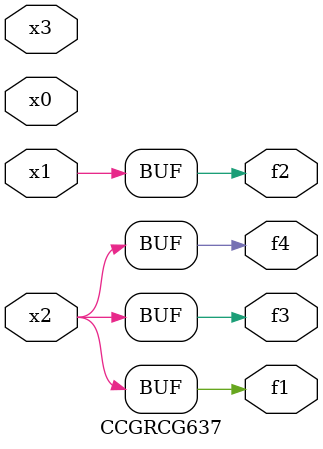
<source format=v>
module CCGRCG637(
	input x0, x1, x2, x3,
	output f1, f2, f3, f4
);
	assign f1 = x2;
	assign f2 = x1;
	assign f3 = x2;
	assign f4 = x2;
endmodule

</source>
